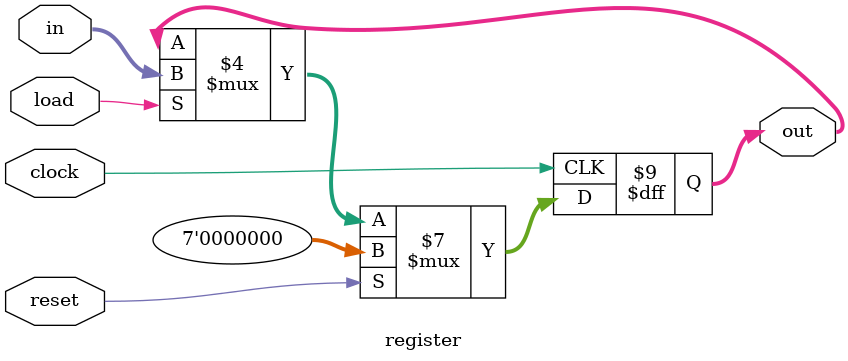
<source format=v>

  module rotation
          (
                  CLOCK_50,                                               //      On Board 50 MHz
                  // Your inputs and outputs here
          KEY,
          SW,
                    LEDR,
                  // The ports below are for the VGA output.  Do not change.
                  VGA_CLK,                                                 //      VGA Clock
                  VGA_HS,                                                 //      VGA H_SYNC
                  VGA_VS,                                                 //      VGA V_SYNC
                  VGA_BLANK_N,                                    //      VGA BLANK               
                  VGA_SYNC_N,                                             //      VGA SYNC                        
                  VGA_R,                                                   //      VGA Red[9:0]
                  VGA_G,                                            //      VGA Green[9:0]
                  VGA_B                                            //      VGA Blue[9:0]
          );

          input                   CLOCK_50;                               //      50 MHz
          input   [9:0]   SW;
          input   [3:0]   KEY;
          output reg [9:0] LEDR;
          // Declare your inputs and outputs here
          // Do not change the following outputs
          output                  VGA_CLK;                                 //      VGA Clock
          output                  VGA_HS;                                 //      VGA H_SYNC
          output                  VGA_VS;                                 //      VGA V_SYNC
          output                  VGA_BLANK_N;                    //      VGA BLANK
          output                  VGA_SYNC_N;                             //      VGA SYNC
          output  [9:0]   VGA_R;                                   //      VGA Red[9:0]
          output  [9:0]   VGA_G;                            //      VGA Green[9:0]
          output  [9:0]   VGA_B;                                   //      VGA Blue[9:0]
          
          wire resetn;
          assign resetn = KEY[0];
          
          // Create the colour, x, y and writeEn wires that are inputs to the controller.
          wire [2:0] colour;
          reg [7:0] x;
          reg [6:0] y;
          wire writeEn;
          
          // Create an Instance of a VGA controller - there can be only one!
          // Define the number of colours as well as the initial background
          // image file (.MIF) for the controller.
          
          vga_adapter VGA(
                          .resetn(resetn),
                          .clock(CLOCK_50),
                          .colour(current_color),
                          .x(x),
                          .y(y),
                          .plot(1'b1),
                          .VGA_R(VGA_R),
                          .VGA_G(VGA_G),
                          .VGA_B(VGA_B),
                          .VGA_HS(VGA_HS),
                          .VGA_VS(VGA_VS),
                          .VGA_BLANK(VGA_BLANK_N),        
                          .VGA_SYNC(VGA_SYNC_N),                  
                          .VGA_CLK(VGA_CLK));
                  defparam VGA.RESOLUTION = "160x120";
                  defparam VGA.MONOCHROME = "FALSE";
                  defparam VGA.BITS_PER_COLOUR_CHANNEL = 1;
                  defparam VGA.BACKGROUND_IMAGE = "black.mif";
          // Put your code here. Your code should produce signals x,y,colour and writeEn/plot
          // for the VGA controller, in addition to any other functionality your design may require.
      
          wire counterReset;
          wire counterEnable;
          wire resetRegisters;
          wire [3:0] counterCount;
          
          wire loadX;
          wire loadY;
          
          reg [3:0] simulate_keys = 4'b1111;
          reg [4:0] current_step = 5'b00000;
          
          reg [6:0] current_block_value;
          reg [6:0] current_reference_x = 7'b0111111;  //Initial x
          reg [6:0] current_reference_y = 7'b1000111; //Initial y

          //Parameters
          parameter ROTATION_0 = 2'b00, ROTATION_1 = 2'b01, ROTATION_2 = 2'b10, ROTATION_3 = 2'b11;
          parameter NEUTRAL_STATE = 5'b00000, RESET_COUNTER_FOR_ERASE_ROTATION = 5'b00001, ERASE_FOR_ROTATION = 5'b00010, ROTATE = 5'b00011, RESET_COUNTER_FOR_NEUTRAL = 5'b00100, RESET_COUNTER_FOR_MOVE_LEFT = 5'b00101, RESET_COUNTER_FOR_MOVE_RIGHT = 5'b00110, MOVE_LEFT = 5'b00111, MOVE_RIGHT = 5'b01000, ERASE_FOR_MOVE_LEFT = 5'b01001, ERASE_FOR_MOVE_RIGHT = 5'b01010;
          parameter PINK_COLOR = 3'b101, BLACK_COLOR = 3'b000;

          reg [4:0] current_state = NEUTRAL_STATE;
          reg [4:0] next_state = NEUTRAL_STATE;
          reg [2:0] current_color = PINK_COLOR;
          reg [1:0] current_rotation_state = ROTATION_0;
          
          reg [6:0] tempX;
          reg [6:0] tempY; //Holding values

          wire draw_clock;
          RateDivider r(
                  .clk(CLOCK_50),
                  .b0(1'b0),
                  .b1(1'b1),
                  .q(draw_clock)
          );

          always @(posedge CLOCK_50) begin
             current_state <= next_state;
          end

          //Current adder incrementer
          always@(posedge draw_clock) 
          begin
             current_adder_step <= (current_adder_step == 3'b011 || current_state == RESET_COUNTER_FOR_NEUTRAL || current_state == RESET_COUNTER_FOR_ERASE_ROTATION || current_state == RESET_COUNTER_FOR_MOVE_LEFT || current_state == RESET_COUNTER_FOR_MOVE_RIGHT) ? 3'b000 : current_adder_step + 1;
          end

          always@(*) begin
                  case(current_state)
                          NEUTRAL_STATE:
                          begin
                                  current_color = PINK_COLOR;
                                  LEDR[2:0] = current_color;
                                  LEDR[4:3] = current_rotation_state;
                                  LEDR[9:5] = current_state;
                                  current_rotation_state = current_rotation_state;
                          end
                          RESET_COUNTER_FOR_NEUTRAL:
                          begin
                                 current_color = BLACK_COLOR;
                                 LEDR[2:0] = current_color;
                                 LEDR[4:3] = current_rotation_state;
                                 LEDR[9:5] = current_state;
                                 current_rotation_state = current_rotation_state;
                          end
                          ERASE_FOR_ROTATION:
                          begin
                                 current_color = BLACK_COLOR;
                                 LEDR[2:0] = current_color;
                                 LEDR[4:3] = current_rotation_state;
                                 LEDR[9:5] = current_state;
                                 current_rotation_state = current_rotation_state;
                          end
                          ROTATE:
                          begin
                                  current_color = BLACK_COLOR;
                                  if (current_rotation_state == ROTATION_0) begin
                                          current_rotation_state = ROTATION_1;
                                  end else if (current_rotation_state == ROTATION_1) begin
                                          current_rotation_state = ROTATION_2;
                                  end else if (current_rotation_state == ROTATION_2) begin
                                          current_rotation_state = ROTATION_3;
                                  end else if (current_rotation_state == ROTATION_3) begin
                                          current_rotation_state = ROTATION_0;
                                  end
                                  LEDR[2:0] = current_color;
                                  LEDR[4:3] = current_rotation_state;
                                  LEDR[9:5] = current_state;
                          end
                          RESET_COUNTER_FOR_NEUTRAL:
                          begin
                                  current_color = PINK_COLOR;
                                  current_rotation_state = current_rotation_state;
                                  LEDR[2:0] = current_color;
                                  LEDR[4:3] = current_rotation_state;
                                  LEDR[9:5] = current_state;
                          end
                                                 default:
                                                          begin
                              current_color = PINK_COLOR;
                              current_rotation_state = current_rotation_state;
                              LEDR[2:0] = current_color;
                              LEDR[4:3] = current_rotation_state;
                              LEDR[9:5] = current_state;
                                                         end

                  endcase
          end

          //State transitions
          always@(*) 
          begin
              case(current_state)
                     NEUTRAL_STATE: begin
                         if (~KEY[2]) begin
                             next_state = RESET_COUNTER_FOR_ERASE_ROTATION;
                         end else if (~KEY[3]) begin
                             next_state = RESET_COUNTER_FOR_MOVE_LEFT;
                         end else if (~KEY[1]) begin
                             next_state = RESET_COUNTER_FOR_MOVE_RIGHT;
                         end else begin
                             next_state = NEUTRAL_STATE;
                         end
                     end
                     RESET_COUNTER_FOR_ERASE_ROTATION: next_state = (current_adder_step == 3'b000) ? ERASE_FOR_ROTATION : RESET_COUNTER_FOR_ERASE_ROTATION;
                     ERASE_FOR_ROTATION: next_state = (current_adder_step == 3'b011) ? ROTATE : ERASE_FOR_ROTATION;
                     ROTATE: next_state = RESET_COUNTER_FOR_NEUTRAL;
                     RESET_COUNTER_FOR_NEUTRAL: next_state = (current_adder_step == 3'b000) ? NEUTRAL_STATE : RESET_COUNTER_FOR_NEUTRAL;
                     RESET_COUNTER_FOR_MOVE_LEFT: next_state = (current_adder_step == 3'b000) ? ERASE_FOR_MOVE_LEFT : RESET_COUNTER_FOR_MOVE_LEFT;
                     RESET_COUNTER_FOR_MOVE_RIGHT: next_state = (current_adder_step == 3'b000) ? ERASE_FOR_MOVE_RIGHT: RESET_COUNTER_FOR_MOVE_RIGHT;
                     ERASE_FOR_MOVE_LEFT: next_state = (current_adder_step == 3'b011) ? MOVE_LEFT : ERASE_FOR_MOVE_LEFT;
                     ERASE_FOR_MOVE_RIGHT: next_state = (current_adder_step == 3'b011) ? MOVE_RIGHT: ERASE_FOR_MOVE_RIGHT;
                                         default: next_state = NEUTRAL_STATE;
              endcase
          end

          reg [2:0] current_adder_step = 3'b000;

          always@(current_adder_step) begin
              case (current_adder_step)
                 3'b000:
                 begin
                     //Draw the first block
                     x <= current_reference_x;
                     y <= current_reference_y;
                 end
                 3'b001:
                 begin
                     if (current_rotation_state == ROTATION_0) begin
                         x <= current_reference_x - 1; 
                         y <= current_reference_y;
                     end else if (current_rotation_state == ROTATION_1) begin
                         x <= current_reference_x;
                         y <= current_reference_y - 1;
                     end else if (current_rotation_state == ROTATION_2) begin
                         x <= current_reference_x - 1;
                         y <= current_reference_y;
                     end else begin
                         x <= current_reference_x - 1;
                         y <= current_reference_y - 1;
                     end
                 end
                 3'b010:
                 begin
                     if (current_rotation_state == ROTATION_0) begin
                         x <= current_reference_x + 1; 
                         y <= current_reference_y;
                     end else if (current_rotation_state == ROTATION_1) begin
                         x <= current_reference_x;
                         y <= current_reference_y + 1;
                     end else if (current_rotation_state == ROTATION_2) begin
                         x <= current_reference_x - 1;
                         y <= current_reference_y + 1;
                     end else begin
                         x <= current_reference_x;
                         y <= current_reference_y - 1;
                     end
                 end
                 3'b011:
                 begin
                     if (current_rotation_state == ROTATION_0) begin
                         x <= current_reference_x + 1; 
                         y <= current_reference_y - 1;
                     end else if (current_rotation_state == ROTATION_1) begin
                         x <= current_reference_x + 1;
                         y <= current_reference_y + 1;
                     end else if (current_rotation_state == ROTATION_2) begin
                         x <= current_reference_x + 1;
                         y <= current_reference_y;
                     end else begin
                         x <= current_reference_y;
                         y <= current_reference_y + 1;
                     end
                 end
                 default:
                 begin
                     x <= current_reference_x;
                     y <= current_reference_y;
                 end
             endcase
          end

          // //Draw an l block continously

          // always @(current_step)
          // begin
          //         if (current_state == ERASE_FOR_ROTATION) begin
          //                 if (current_step == 5'b00000) begin
          //                         //Draw the first block
          //                         current_block_value = current_reference_x;
          //                         simulate_keys <= 4'b0111; 
          //                         //LEDR[6:0] <= current_reference_x;
          //                 end else if (current_step == 5'b00001) begin
          //                         //Release the key
          //                         simulates_keys <= 4'b1111; //Load
          //                         //LEDR[6:0] <= current_step;
          //                 end else if (current_step == 5'b00010) begin
          //                         //Load y
          //                         simulate_keys <= 4'b0111;
          //                         current_block_value = current_reference_y;
          //                         //LEDR[6:0] <= current_reference_y;
          //                 end else if (current_step == 5'b00011) begin
          //                         //Release the key
          //                         simulate_keys <= 4'b1111;
          //                         //LEDR[6:0] <= current_step;
          //                 end else if (current_step == 5'b00100) begin
          //                         //Now draw the first block
          //                         simulate_keys <= 4'b1101;
          //                         //LEDR[6:0] <= current_step;
          //                 end else if (current_step == 5'b00101) begin
          //                         //Now release the key to begin drawing the second block
          //                         simulate_keys <= 4'b1111;
          //                         //LEDR[6:0] <= current_step;
          //                 end else if (current_step == 5'b00110) begin
          //                         //Load x value of 2nd block (labelled 1)
          //                         if (current_rotation_state == ROTATION_0) begin
          //                                 tempX = current_reference_x - 3'b100;
          //                         end else if (current_rotation_state == ROTATION_1) begin
          //                                 tempX = current_reference_x;
          //                         end else if (current_rotation_state == ROTATION_2) begin
          //                                 tempX = current_reference_x - 3'b100;
          //                         end else if (current_rotation_state == ROTATION_3) begin
          //                                 tempX = current_reference_x - 3'b100;
          //                         end
          //                         current_block_value = tempX; //Set the wire to the correct value
          //                         simulate_keys <= 4'b0111; 
          //                         //LEDR[6:0] <= current_block_value;
          //                 end 
          //                 else if (current_step == 5'b00111) begin
          //                         //Release the key
          //                         simulate_keys <= 4'b1111; //Load
          //                         //LEDR[6:0] <= current_step;
          //                 end else if (current_step == 5'b01000) begin
          //                         //Load y for the 1st block (labelled 1)
          //                         if (current_rotation_state == ROTATION_0) begin
          //                                 tempY = current_reference_y;
          //                         end else if (current_rotation_state == ROTATION_1) begin
          //                                 tempY = current_reference_y - 3'b100;
          //                         end else if (current_rotation_state == ROTATION_2) begin
          //                                 tempY = current_reference_y;
          //                         end else if (current_rotation_state == ROTATION_3) begin
          //                                 tempY = current_reference_y - 3'b100;
          //                         end
          //                         current_block_value = tempY;
          //                         simulate_keys <= 4'b0111;
          //                         //LEDR[6:0] <= current_block_value;
          //                 end else if (current_step == 5'b01001) begin
          //                         //Release the key
          //                         simulate_keys <= 4'b1111; //Load
          //                         //LEDR[6:0] <= current_step;
          //                 end else if (current_step == 5'b01010) begin
          //                         //Now draw the second block
          //                         simulate_keys <= 4'b1101;
          //                         //LEDR[6:0] <= current_step;
          //                 end else if (current_step == 5'b01011) begin
          //                         //Now release the key to begin drawing the third block
          //                         simulate_keys <= 4'b1111;
          //                         //LEDR[6:0] <= current_step;
          //                 end else if (current_step == 5'b01100) begin
          //                         //Load x value of 3rd block
          //                         simulate_keys <= 4'b0111;
          //                         if (current_rotation_state == ROTATION_0) begin
          //                                 tempX = current_reference_x + 3'b100;
          //                         end else if (current_rotation_state == ROTATION_1) begin
          //                                 tempX = current_reference_x;
          //                         end else if (current_rotation_state == ROTATION_2) begin
          //                                 tempX = current_reference_x - 3'b100;
          //                         end else if (current_rotation_state == ROTATION_3) begin
          //                                 tempX = current_reference_x;
          //                         end
          //                         current_block_value = tempX;
          //                         //LEDR[6:0] <= current_step;
          //                 end else if (current_step == 5'b01101) begin
          //                         //Release the key
          //                         simulate_keys <= 4'b1111; //Load
          //                         //LEDR[6:0] <= current_step;
          //                 end else if (current_step == 5'b01110) begin
          //                         //Load y
          //                         simulate_keys <= 4'b0111;
          //                         if (current_rotation_state == ROTATION_0) begin
          //                                 tempY = current_reference_y;
          //                         end else if (current_rotation_state == ROTATION_1) begin
          //                                 tempY = current_reference_y + 3'b100;
          //                         end else if (current_rotation_state == ROTATION_2) begin
          //                                 tempY = current_reference_y + 3'b100;
          //                         end else if (current_rotation_state == ROTATION_3) begin
          //                                 tempY = current_reference_y - 3'b100;
          //                         end
          //                         current_block_value = tempY;
          //                         //LEDR[6:0] <= current_step;
          //                 end else if (current_step == 5'b01111) begin
          //                         //Release the key
          //                         simulate_keys <= 4'b1111; //Load
          //                         //LEDR[6:0] <= current_step;
          //                 end else if (current_step == 5'b10000) begin
          //                         //Now draw the third block
          //                         simulate_keys <= 4'b1101;
          //                         //LEDR[6:0] <= current_step;
          //                 end else if (current_step == 5'b10001) begin
          //                         //Now release the key to begin drawing the fourth block
          //                         simulate_keys <= 4'b1111;
          //                         //LEDR[6:0] <= current_step;
          //                 end else if (current_step == 5'b10010) begin
          //                         //Load x value of 4th block
          //                         simulate_keys <= 4'b0111; 
          //                         if (current_rotation_state == ROTATION_0) begin
          //                                 tempX = current_reference_x + 3'b100;
          //                         end else if (current_rotation_state == ROTATION_1) begin
          //                                 tempX = current_reference_x + 3'b100;
          //                         end else if (current_rotation_state == ROTATION_2) begin
          //                                 tempX = current_reference_x + 3'b100;
          //                         end else if (current_rotation_state == ROTATION_3) begin
          //                                 tempX = current_reference_x;
          //                         end
          //                         current_block_value = tempX;
          //                         //LEDR[6:0] <= current_step;
          //                 end else if (current_step == 5'b10011) begin
          //                         //Release the key
          //                         simulate_keys <= 4'b1111; //Load
          //                         //LEDR[6:0] <= current_step;
          //                 end else if (current_step == 5'b10100) begin
          //                         //Load y
          //                         simulate_keys <= 4'b0111;
          //                         if (current_rotation_state == ROTATION_0) begin
          //                                 tempY = current_reference_y - 3'b100;
          //                         end else if (current_rotation_state == ROTATION_1) begin
          //                                 tempY = current_reference_y + 3'b100;
          //                         end else if (current_rotation_state == ROTATION_2) begin
          //                                 tempY = current_reference_y;
          //                         end else if (current_rotation_state == ROTATION_3) begin
          //                                 tempY = current_reference_y + 3'b100;
          //                         end
          //                         current_block_value = tempY;
          //                         //LEDR[6:0] <= current_step;
          //                 end else if (current_step == 5'b10101) begin
          //                         //Release the key
          //                         simulate_keys <= 4'b1111; //Load
          //                         //LEDR[6:0] <= current_step;
          //                 end else if (current_step == 5'b10110) begin
          //                         //Now draw the third block
          //                         simulate_keys <= 4'b1101;
          //                         //LEDR[6:0] <= current_step;
          //                 end
          //         end else if (current_state == NEUTRAL_STATE) begin
          //                 if (current_step == 5'b00000) begin
          //                         //Draw the first block
          //                         current_block_value = current_reference_x;
          //                         simulate_keys <= 4'b0111; 
          //                         //LEDR[6:0] <= current_reference_x;
          //                 end else if (current_step == 5'b00001) begin
          //                         //Release the key
          //                         simulate_keys <= 4'b1111; //Load
          //                         //LEDR[6:0] <= current_step;
          //                 end else if (current_step == 5'b00010) begin
          //                         //Load y
          //                         simulate_keys <= 4'b0111;
          //                         current_block_value = current_reference_y;
          //                         //LEDR[6:0] <= current_reference_y;
          //                 end else if (current_step == 5'b00011) begin
          //                         //Release the key
          //                         simulate_keys <= 4'b1111;
          //                         //LEDR[6:0] <= current_step;
          //                 end else if (current_step == 5'b00100) begin
          //                         //Now draw the first block
          //                         simulate_keys <= 4'b1101;
          //                         //LEDR[6:0] <= current_step;
          //                 end else if (current_step == 5'b00101) begin
          //                         //Now release the key to begin drawing the second block
          //                         simulate_keys <= 4'b1111;
          //                         //LEDR[6:0] <= current_step;
          //                 end else if (current_step == 5'b00110) begin
          //                         //Load x value of 2nd block (labelled 1)
          //                         if (current_rotation_state == ROTATION_0) begin
          //                                 tempX = current_reference_x - 3'b100;
          //                         end else if (current_rotation_state == ROTATION_1) begin
          //                                 tempX = current_reference_x;
          //                         end else if (current_rotation_state == ROTATION_2) begin
          //                                 tempX = current_reference_x - 3'b100;
          //                         end else if (current_rotation_state == ROTATION_3) begin
          //                                 tempX = current_reference_x - 3'b100;
          //                         end
          //                         current_block_value = tempX; //Set the wire to the correct value
          //                         simulate_keys <= 4'b0111; 
          //                         //LEDR[6:0] <= current_block_value;
          //                 end 
          //                 else if (current_step == 5'b00111) begin
          //                         //Release the key
          //                         simulate_keys <= 4'b1111; //Load
          //                         //LEDR[6:0] <= current_step;
          //                 end else if (current_step == 5'b01000) begin
          //                         //Load y for the 1st block (labelled 1)
          //                         if (current_rotation_state == ROTATION_0) begin
          //                                 tempY = current_reference_y;
          //                         end else if (current_rotation_state == ROTATION_1) begin
          //                                 tempY = current_reference_y - 3'b100;
          //                         end else if (current_rotation_state == ROTATION_2) begin
          //                                 tempY = current_reference_y;
          //                         end else if (current_rotation_state == ROTATION_3) begin
          //                                 tempY = current_reference_y - 3'b100;
          //                         end
          //                         current_block_value = tempY;
          //                         simulate_keys <= 4'b0111;
          //                         //LEDR[6:0] <= current_block_value;
          //                 end else if (current_step == 5'b01001) begin
          //                         //Release the key
          //                         simulate_keys <= 4'b1111; //Load
          //                         //LEDR[6:0] <= current_step;
          //                 end else if (current_step == 5'b01010) begin
          //                         //Now draw the second block
          //                         simulate_keys <= 4'b1101;
          //                         //LEDR[6:0] <= current_step;
          //                 end else if (current_step == 5'b01011) begin
          //                         //Now release the key to begin drawing the third block
          //                         simulate_keys <= 4'b1111;
          //                         //LEDR[6:0] <= current_step;
          //                 end else if (current_step == 5'b01100) begin
          //                         //Load x value of 3rd block
          //                         simulate_keys <= 4'b0111;
          //                         if (current_rotation_state == ROTATION_0) begin
          //                                 tempX = current_reference_x + 3'b100;
          //                         end else if (current_rotation_state == ROTATION_1) begin
          //                                 tempX = current_reference_x;
          //                         end else if (current_rotation_state == ROTATION_2) begin
          //                                 tempX = current_reference_x - 3'b100;
          //                         end else if (current_rotation_state == ROTATION_3) begin
          //                                 tempX = current_reference_x;
          //                         end
          //                         current_block_value = tempX;
          //                         //LEDR[6:0] <= current_step;
          //                 end else if (current_step == 5'b01101) begin
          //                         //Release the key
          //                         simulate_keys <= 4'b1111; //Load
          //                         //LEDR[6:0] <= current_step;
          //                 end else if (current_step == 5'b01110) begin
          //                         //Load y
          //                         simulate_keys <= 4'b0111;
          //                         if (current_rotation_state == ROTATION_0) begin
          //                                 tempY = current_reference_y;
          //                         end else if (current_rotation_state == ROTATION_1) begin
          //                                 tempY = current_reference_y + 3'b100;
          //                         end else if (current_rotation_state == ROTATION_2) begin
          //                                 tempY = current_reference_y + 3'b100;
          //                         end else if (current_rotation_state == ROTATION_3) begin
          //                                 tempY = current_reference_y - 3'b100;
          //                         end
          //                         current_block_value = tempY;
          //                         //LEDR[6:0] <= current_step;
          //                 end else if (current_step == 5'b01111) begin
          //                         //Release the key
          //                         simulate_keys <= 4'b1111; //Load
          //                         //LEDR[6:0] <= current_step;
          //                 end else if (current_step == 5'b10000) begin
          //                         //Now draw the third block
          //                         simulate_keys <= 4'b1101;
          //                         //LEDR[6:0] <= current_step;
          //                 end else if (current_step == 5'b10001) begin
          //                         //Now release the key to begin drawing the fourth block
          //                         simulate_keys <= 4'b1111;
          //                         //LEDR[6:0] <= current_step;
          //                 end else if (current_step == 5'b10010) begin
          //                         //Load x value of 4th block
          //                         simulate_keys <= 4'b0111; 
          //                         if (current_rotation_state == ROTATION_0) begin
          //                                 tempX = current_reference_x + 3'b100;
          //                         end else if (current_rotation_state == ROTATION_1) begin
          //                                 tempX = current_reference_x + 3'b100;
          //                         end else if (current_rotation_state == ROTATION_2) begin
          //                                 tempX = current_reference_x + 3'b100;
          //                         end else if (current_rotation_state == ROTATION_3) begin
          //                                 tempX = current_reference_x;
          //                         end
          //                         current_block_value = tempX;
          //                         //LEDR[6:0] <= current_step;
          //                 end else if (current_step == 5'b10011) begin
          //                         //Release the key
          //                         simulate_keys <= 4'b1111; //Load
          //                         //LEDR[6:0] <= current_step;
          //                 end else if (current_step == 5'b10100) begin
          //                         //Load y
          //                         simulate_keys <= 4'b0111;
          //                         if (current_rotation_state == ROTATION_0) begin
          //                                 tempY = current_reference_y - 3'b100;
          //                         end else if (current_rotation_state == ROTATION_1) begin
          //                                 tempY = current_reference_y + 3'b100;
          //                         end else if (current_rotation_state == ROTATION_2) begin
          //                                 tempY = current_reference_y;
          //                         end else if (current_rotation_state == ROTATION_3) begin
          //                                 tempY = current_reference_y + 3'b100;
          //                         end
          //                         current_block_value = tempY;
          //                         //LEDR[6:0] <= current_step;
          //                 end else if (current_step == 5'b10101) begin
          //                         //Release the key
          //                         simulate_keys <= 4'b1111; //Load
          //                         //LEDR[6:0] <= current_step;
          //                 end else if (current_step == 5'b10110) begin
          //                         //Now draw the third block
          //                         simulate_keys <= 4'b1101;
          //                         //LEDR[6:0] <= current_step;
          //                 end
          //         end
          // end
          // always @(posedge draw_clock)
          // begin
          //       if (current_step == 5'b00000) begin
          //               //Draw the first block
          //               current_block_value = current_reference_x;
          //               simulate_keys <= 4'b0111; 
          //              current_step <= current_step + 1;
          //               LEDR <= current_reference_x;
          //       end else if (current_step == 5'b00001) begin
          //               //Release the key
          //               simulate_keys <= 4'b1111; //Load
          //               current_step <= current_step + 1;
          //               LEDR <= current_step;
          //       end else if (current_step == 5'b00010) begin
          //               //Load y
          //               simulate_keys <= 4'b0111;
          //               current_block_value = current_reference_y;
          //               current_step <= current_step + 1;
          //               LEDR <= current_reference_y;
          //       end else if (current_step == 5'b00011) begin
          //               //Release the key
          //               simulate_keys <= 4'b1111;
          //               current_step <= current_step + 1;
          //               LEDR <= current_step;
          //       end else if (current_step == 5'b00100) begin
          //               //Now draw the first block
          //               simulate_keys <= 4'b1101;
          //               current_step <= current_step + 1;
          //               LEDR <= current_step;
          //       end else if (current_step == 5'b00101) begin
          //               //Now release the key to begin drawing the second block
          //               simulate_keys <= 4'b1111;
          //               current_step <= current_step + 1;
          //               LEDR <= current_step;
          //       end else if (current_step == 5'b00110) begin
          //               //Load x value of 2nd block (labelled 1)
          //               if (current_rotation_state == ROTATION_0) begin
          //                       tempX = current_reference_x - 3'b100;
          //               end else if (current_rotation_state = ROTATION_1) begin
          //                       tempX = current_reference_x;
          //               end else if (current_rotation_state == ROTATION_2) begin
          //                       tempX = current_reference_x - 3'b100;
          //               end else if (current_rotation_state == ROTATION_3) begin
          //                       tempX = current_reference_x - 3'b100;
          //               end
          //               current_block_value = tempX; //Set the wire to the correct value
          //               simulate_keys <= 4'b0111; 
          //               current_step <= current_step + 1;
          //               LEDR <= current_block_value;
          //       end 
          //       else if (current_step == 5'b00111) begin
          //               //Release the key
          //               simulate_keys <= 4'b1111; //Load
          //               current_step <= current_step + 1;
          //               LEDR <= current_step;
          //       end else if (current_step == 5'b01000) begin
          //               //Load y for the 1st block (labelled 1)
          //               if (current_rotation_state == ROTATION_0) begin
          //                       tempY = current_reference_y;
          //               end else if (current_rotation_state == ROTATION_1) begin
          //                       tempY = current_reference_y - 3'b100;
          //               end else if (current_rotation_state == ROTATION_2) begin
          //                       tempY = current_reference_y;
          //               end else if (current_rotation_state == ROTATION_3) begin
          //                       tempY = current_reference_y - 3'b100;
          //               end
          //               current_block_value = tempY;
          //               simulate_keys <= 4'b0111;
          //               current_step <= current_step + 1;
          //               LEDR <= current_block_value;
          //       end else if (current_step == 5'b01001) begin
          //               //Release the key
          //               simulate_keys <= 4'b1111; //Load
          //               current_step <= current_step + 1;
          //               LEDR <= current_step;
          //       end else if (current_step == 5'b01010) begin
          //               //Now draw the second block
          //               simulate_keys <= 4'b1101;
          //               current_step <= current_step + 1;
          //               LEDR <= current_step;
          //       end else if (current_step == 5'b01011) begin
          //               //Now release the key to begin drawing the third block
          //               simulate_keys <= 4'b1111;
          //               current_step <= current_step + 1;
          //               LEDR <= current_step;
          //       end else if (current_step == 5'b01100) begin
          //               //Load x value of 3rd block
          //               simulate_keys <= 4'b0111;
          //               if (current_rotation_state == ROTATION_0) begin
          //                       tempX = current_reference_x + 3'b100;
          //               end else if (current_rotation_state == ROTATION_1) begin
          //                       tempX = current_reference_x;
          //               end else if (current_rotation_state == ROTATION_2) begin
          //                       tempX = current_reference_x - 3'b100;
          //               end else if (current_rotation_state == ROTATION_3) begin
          //                       tempX = current_reference_x;
          //               end
          //               current_block_value = tempX;
          //               current_step <= current_step + 1;
          //               LEDR <= current_step;
          //       end else if (current_step == 5'b01101) begin
          //               //Release the key
          //               simulate_keys <= 4'b1111; //Load
          //               current_step <= current_step + 1;
          //               LEDR <= current_step;
          //       end else if (current_step == 5'b01110) begin
          //               //Load y
          //               simulate_keys <= 4'b0111;
          //               if (current_rotation_state == ROTATION_0) begin
          //                       tempY = current_reference_y;
          //               end else if (current_rotation_state == ROTATION_1) begin
          //                       tempY = current_reference_y + 3'b100;
          //               end else if (current_rotation_state == ROTATION_2) begin
          //                       tempY = current_reference_y + 3'b100;
          //               end else if (current_rotation_state == ROTATION_3) begin
          //                       tempY = current_reference_y - 3'b100;
          //               end
          //               current_block_value = tempY;
          //               current_step <= current_step + 1;
          //               LEDR <= current_step;
          //       end else if (current_step == 5'b01111) begin
          //               //Release the key
          //               simulate_keys <= 4'b1111; //Load
          //               current_step <= current_step + 1;
          //               LEDR <= current_step;
          //       end else if (current_step == 5'b10000) begin
          //               //Now draw the third block
          //               simulate_keys <= 4'b1101;
          //               current_step <= current_step + 1;
          //               LEDR <= current_step;
          //       end else if (current_step == 5'b10001) begin
          //               //Now release the key to begin drawing the fourth block
          //               simulate_keys <= 4'b1111;
          //               current_step <= current_step + 1;
          //               LEDR <= current_step;
          //       end else if (current_step == 5'b10010) begin
          //               //Load x value of 4th block
          //               simulate_keys <= 4'b0111; 
          //               if (current_rotation_state == ROTATION_0) begin
          //                       tempX = current_reference_x + 3'b100;
          //               end else if (current_rotation_state == ROTATION_1) begin
          //                       tempX = current_reference_x + 3'b100;
          //               end else if (current_rotation_state == ROTATION_2) begin
          //                       tempX = current_reference_x + 3'b100;
          //               end else if (current_rotation_state == ROTATION_3) begin
          //                       tempX = current_reference_x;
          //               end
          //               current_block_value = tempX;
          //               current_step <= current_step + 1;
          //               LEDR <= current_step;
          //       end else if (current_step == 5'b10011) begin
          //               //Release the key
          //               simulate_keys <= 4'b1111; //Load
          //               current_step <= current_step + 1;
          //               LEDR <= current_step;
          //       end else if (current_step == 5'b10100) begin
          //               //Load y
          //               simulate_keys <= 4'b0111;
          //               if (current_rotation_state == ROTATION_0) begin
          //                       tempY = current_reference_y - 3'b100;
          //               end else if (current_rotation_state == ROTATION_1) begin
          //                       tempY = current_reference_y + 3'b100;
          //               end else if (current_rotation_state == ROTATION_2) begin
          //                       tempY = current_reference_y;
          //               end else if (current_rotation_state == ROTATION_3) begin
          //                       tempY = current_reference_y + 3'b100;
          //               end
          //               current_block_value = tempY;
          //               current_step <= current_step + 1;
          //               LEDR <= current_step;
          //       end else if (current_step == 5'b10101) begin
          //               //Release the key
          //               simulate_keys <= 4'b1111; //Load
          //               current_step <= current_step + 1;
          //               LEDR <= current_step;
          //       end else if (current_step == 5'b10110) begin
          //               //Now draw the third block
          //               simulate_keys <= 4'b1101;
          //               current_step <= current_step + 1;
          //               LEDR <= current_step;
          //       end
          // end
         /**
                  
          // Instansiate FSM control
          // control c0(...);
          control c(counterCount, CLOCK_50, simulate_keys, counterEnable, counterReset, resetRegisters, loadX, loadY, writeEn); 
          
          // Increment the counter
          counter4Bit c4b(CLOCK_50, counterReset, counterEnable, counterCount);                                   
          
          // Instansiate datapath
          // datapath d0(...);
          datapath d(CLOCK_50, current_color, current_block_value, counterCount, loadX, loadY, resetRegisters, y, x, colour);
          **/
  endmodule


  module RateDivider(clk, b0, b1, q);
          input clk;
          input b0, b1;
          output reg q;
          reg [26:0] counter0;
          reg [26:0] counter1;
          reg [26:0] counter2;
          reg [26:0] counter3;
                 reg [26:0] counterA;

          always @(posedge clk)
          begin
                  if (b0 == 0 && b1 == 0) begin
                          q <= ~q;
                  end else if (b0 == 0 && b1 == 1) begin
                          if (counterA == 26'b10111110101111000010000000) begin
                                  q <= 1;
                                  counterA <= 0;
                          end else begin
                                  q <= 0;
                                  counterA <= counterA + 1'b1;
                          end
                  end else if (b0 == 1 && b1 == 0) begin
                          if (counter0 == 26'b10111110101111000010000000) begin
                                  if (counter1 == 26'b10111110101111000010000000) begin
                                          q <= 1;
                                          counter0 <= 0;
                                          counter1 <= 0;
                                  end else begin
                                          q <= 0;
                                          counter1 <= counter1 + 1'b1;
                                  end
                          end else begin
                                  q <= 0;
                                  counter0 <= counter0 + 1'b1;
                          end
                  end else if (b0 == 1 && b1 == 1) begin
                          if (counter0 == 26'b10111110101111000010000000) begin
                                  if (counter1 == 26'b10111110101111000010000000) begin
                                          if (counter2 == 26'b10111110101111000010000000) begin
                                                  if (counter3 == 26'b10111110101111000010000000) begin
                                                          q <= 1;
                                                          counter0 <= 0;
                                                          counter1 <= 0;
                                                          counter2 <= 0;
                                                          counter3 <= 0;
                                                  end else begin
                                                          q <= 0;
                                                          counter3 <= counter3 + 1'b1;
                                                  end
                                          end else begin
                                                  q <= 0;
                                                  counter2 <= counter2 + 1'b1;
                                          end
                                  end else begin
                                          q <= 0;
                                          counter1 <= counter1 + 1'b1;
                                  end
                          end else begin
                                  q <= 0;
                                  counter0 <= counter0 + 1'b1;
                          end
                  end
          end
  endmodule

  module datapath(clock, color, swIn, counterCount, loadX, loadY, resetRegisters, yOut, xOut, colorOut);
          
          input clock;
          input [2:0] color;
          input [6:0]swIn;
          input[3:0] counterCount;
          input loadX, loadY, resetRegisters;
          
          wire [6:0] plotY;
          wire [7:0] plotX;
          wire [6:0] initialX, initialY;
          
          output reg [6:0] yOut;
          output reg [7:0] xOut;
          output reg [2:0] colorOut;
          
          // Initialize the x and y values
          register xReg(loadX, swIn, initialX, resetRegisters, clock);
          register yReg(loadY, swIn, initialY, resetRegisters, clock);
          
          // Pick x and y based on the counter
          assign plotY= initialY + counterCount[1:0];
          assign plotX= initialX + counterCount[3:2];
          
          always@ (*) begin
                  yOut= plotY+1;
                  xOut=plotX+1;
                  colorOut= color;
          end
  endmodule



  module control(counterCount, clock, key, counterEnable, counterReset, resetRegisters, loadX, loadY, plot);
          input [3:0] counterCount;
          input clock;
          input [3:0]key;
          
          output reg counterEnable, counterReset, resetRegisters, loadX, loadY, plot;
          
          reg [2:0] currentState, nextState;
          
          parameter reset= 3'b000, counterEnabled= 3'b001, counterDisabled= 3'b010, loadRegX= 3'b011, loadRegY= 3'b100; //states
          
          //Controlling datapath signals.
          always@(*) begin
                  case(currentState)
                  
                          //Loadings the registers
                          loadRegX: begin
                                  counterEnable= 0;
                                  counterReset=0;
                                  resetRegisters=0;
                                  loadX=1;
                                  loadY=0;
                                  plot=0;
                          end
                          
                          loadRegY: begin
                                  counterEnable= 0;
                                  counterReset=0;
                                  resetRegisters=0;
                                  loadX=0;
                                  loadY=1;
                                  plot=0;
                          end
                          
                          reset: begin
                                  counterReset=1;
                                  counterEnable=0;
                                  resetRegisters=1;
                                  loadX=0;
                                  loadY=0;
                                  plot=0;
                          end
                          
                          //Plotting and counting.
                          counterEnabled: begin
                                  counterReset=0;
                                  counterEnable=1;
                                  resetRegisters=0;
                                  loadX=0;
                                  loadY=0;
                                  plot=1;
                          end
                          
                          counterDisabled: begin
                                  counterReset=0;
                                  counterEnable=0;
                                  resetRegisters=0;
                                  loadX=0;
                                  loadY=0;
                                  plot=1;
                          end
                          
                          //DEFAULT: nothing in it.
                          default: begin
                                  counterReset=1;
                                  counterEnable=0;
                                  resetRegisters=1;
                                  loadX=0;
                                  loadY=0;
                                  plot=0;
                          end
                  endcase
          end
          
          always@(posedge clock) begin
                  if(key[0]==0) 
                          currentState= reset;
                  else
                          currentState= nextState;
          end
          
          //States table for transitions here.
          always@(*) begin
                  case(currentState)
                          reset: nextState= (key[3]==0)? loadRegX: reset;
                          loadRegX: nextState= loadRegY;
                          //loadRegX: nextState= (key[3] == 0)? loadRegX:loadRegY;
                          loadRegY: nextState= (key[1]==0)? counterEnabled: loadRegY;
                          counterEnabled: nextState= (counterCount==15)? counterDisabled:counterEnabled;
                          counterDisabled: nextState= reset;
                          default: nextState= reset;
                  endcase
          end
  endmodule

  module counter4Bit(clock, reset, enable, count);
          input clock;
          input reset, enable;
          
          output reg [3:0] count;
          
          initial count=0;
          
          always@ (posedge clock) begin
                  if(reset==1)
                          count<=0;
                  else if(enable)
                          count<= count+1;
          end
  endmodule

  module register(load, in, out, reset, clock);
          input load, clock, reset;
          input [6:0] in;
          output reg[6:0] out;
          
          always@(posedge clock) begin
                  if(reset==1)
                          out<=0;
                  else if(load==1) begin
                          out<=in;
                  end
          end
  endmodule





 /**
 // Part 2 skeleton
 // `timescale time_unit/time_precision
 module lblock
         (
                 CLOCK_50,                                               //      On Board 50 MHz
                 // Your inputs and outputs here
         KEY,
         SW,
                   LEDR,
                 // The ports below are for the VGA output.  Do not change.
                 VGA_CLK,                                                 //      VGA Clock
                 VGA_HS,                                                 //      VGA H_SYNC
                 VGA_VS,                                                 //      VGA V_SYNC
                 VGA_BLANK_N,                                    //      VGA BLANK               
                 VGA_SYNC_N,                                             //      VGA SYNC                        
                 VGA_R,                                                   //      VGA Red[9:0]
                 VGA_G,                                            //      VGA Green[9:0]
                 VGA_B                                            //      VGA Blue[9:0]
         );

         input                   CLOCK_50;                               //      50 MHz
         input   [9:0]   SW;
         input   [3:0]   KEY;
         output reg [9:0] LEDR;
         // Declare your inputs and outputs here
         // Do not change the following outputs
         output                  VGA_CLK;                                 //      VGA Clock
         output                  VGA_HS;                                 //      VGA H_SYNC
         output                  VGA_VS;                                 //      VGA V_SYNC
         output                  VGA_BLANK_N;                    //      VGA BLANK
         output                  VGA_SYNC_N;                             //      VGA SYNC
         output  [9:0]   VGA_R;                                   //      VGA Red[9:0]
         output  [9:0]   VGA_G;                            //      VGA Green[9:0]
         output  [9:0]   VGA_B;                                   //      VGA Blue[9:0]
         
         wire resetn;
         assign resetn = KEY[0];
         
         // Create the colour, x, y and writeEn wires that are inputs to the controller.
         wire [2:0] colour;
         wire [7:0] x;
         wire [6:0] y;
         wire writeEn;
         
         // Create an Instance of a VGA controller - there can be only one!
         // Define the number of colours as well as the initial background
         // image file (.MIF) for the controller.
         
         vga_adapter VGA(
                         .resetn(resetn),
                         .clock(CLOCK_50),
                         .colour(colour),
                         .x(x),
                         .y(y),
                         .plot(writeEn),
                         .VGA_R(VGA_R),
                         .VGA_G(VGA_G),
                         .VGA_B(VGA_B),
                         .VGA_HS(VGA_HS),
                         .VGA_VS(VGA_VS),
                         .VGA_BLANK(VGA_BLANK_N),        
                         .VGA_SYNC(VGA_SYNC_N),                  
                         .VGA_CLK(VGA_CLK));
                 defparam VGA.RESOLUTION = "160x120";
                 defparam VGA.MONOCHROME = "FALSE";
                 defparam VGA.BITS_PER_COLOUR_CHANNEL = 1;
                 defparam VGA.BACKGROUND_IMAGE = "black.mif";
         // Put your code here. Your code should produce signals x,y,colour and writeEn/plot
         // for the VGA controller, in addition to any other functionality your design may require.
     
         wire counterReset;
         wire counterEnable;
         wire resetRegisters;
         wire [3:0] counterCount;
         
         wire loadX;
         wire loadY;
         
         
         
         reg [3:0] simulate_keys = 4'b1111;
         reg [4:0] current_step = 5'b00000;
         
         reg current_rotation_state = ROTATION_2;
         reg [6:0] current_block_value;
         reg [6:0] current_reference_x = 7'b0111111;  //Initial x
         reg [6:0] current_reference_y = 7'b1000111; //Initial y

         parameter ROTATION_0 = 2'b00, ROTATION_1 = 2'b01, ROTATION_2 = 2'b10, ROTATION_3 = 2'b11;
         
         reg [6:0] tempX; 
         reg [6:0] tempY; //Holding values

         wire draw_clock;
         RateDivider r(
                 .clk(CLOCK_50),
                 .b0(1'b0),
                 .b1(1'b1),
                 .q(draw_clock)
         );
         
         //Draw an l block continously
         
         always @(posedge draw_clock)
         begin
                 if (current_step == 5'b00000) begin
                         //Draw the first block
                         current_block_value = current_reference_x;
                         simulate_keys <= 4'b0111; 
                         current_step <= current_step + 1;
                         LEDR <= current_reference_x;
                 end else if (current_step == 5'b00001) begin
                         //Release the key
                         simulate_keys <= 4'b1111; //Load
                         current_step <= current_step + 1;
                         LEDR <= current_step;
                 end else if (current_step == 5'b00010) begin
                         //Load y
                         simulate_keys <= 4'b0111;
                         current_block_value = current_reference_y;
                         current_step <= current_step + 1;
                         LEDR <= current_reference_y;
                 end else if (current_step == 5'b00011) begin
                         //Release the key
                         simulate_keys <= 4'b1111;
                         current_step <= current_step + 1;
                         LEDR <= current_step;
                 end else if (current_step == 5'b00100) begin
                         //Now draw the first block
                         simulate_keys <= 4'b1101;
                         current_step <= current_step + 1;
                         LEDR <= current_step;
                 end else if (current_step == 5'b00101) begin
                         //Now release the key to begin drawing the second block
                         simulate_keys <= 4'b1111;
                         current_step <= current_step + 1;
                         LEDR <= current_step;
                 end else if (current_step == 5'b00110) begin
                         //Load x value of 2nd block (labelled 1)
                         if (current_block_type == L_BLOCK) begin
                         if (current_rotation_state == ROTATION_0) begin
                                 tempX = current_reference_x - 3'b100;
                         end else if (current_rotation_state == ROTATION_1) begin
                                 tempX = current_reference_x;
                         end else if (current_rotation_state == ROTATION_2) begin
                                 tempX = current_reference_x - 3'b100;
                         end else if (current_rotation_state == ROTATION_3) begin
                                 tempX = current_reference_x - 3'b100;
                         end end
                         if (current_block_type == O_BLOCK) begin
                         if (current_rotation_state == ROTATION_0) begin
                                 tempX = current_reference_x + 3'b100;
                         end else if (current_rotation_state == ROTATION_1) begin
                                 tempX = current_reference_x + 3'b100;
                         end else if (current_rotation_state == ROTATION_2) begin
                                 tempX = current_reference_x + 3'b100;
                         end else if (current_rotation_state == ROTATION_3) begin
                                 tempX = current_reference_x + 3'b100;
                         end end
                         if (current_block_type == I_BLOCK) begin
                         if (current_rotation_state == ROTATION_0) begin
                                 tempX = current_reference_x - 3'b100;
                         end else if (current_rotation_state == ROTATION_1) begin
                                 tempX = current_reference_x;
                         end else if (current_rotation_state == ROTATION_2) begin
                                 tempX = current_reference_x - 3'b100;
                         end else if (current_rotation_state == ROTATION_3) begin
                                 tempX = current_reference_x + 3'b100;
                         end end
                         current_block_value = tempX; //Set the wire to the correct value
                         simulate_keys <= 4'b0111; 
                         current_step <= current_step + 1;
                         LEDR <= current_block_value;
                 end 
                 else if (current_step == 5'b00111) begin
                         //Release the key
                         simulate_keys <= 4'b1111; //Load
                         current_step <= current_step + 1;
                         LEDR <= current_step;
                 end else if (current_step == 5'b01000) begin
                         //Load y for the 1st block (labelled 1)
                         if (current_block_type == L_BLOCK) begin
                         if (current_rotation_state == ROTATION_0) begin
                                 tempY = current_reference_y;
                         end else if (current_rotation_state == ROTATION_1) begin
                                 tempY = current_reference_y - 3'b100;
                         end else if (current_rotation_state == ROTATION_2) begin
                                 tempY = current_reference_y;
                         end else if (current_rotation_state == ROTATION_3) begin
                                 tempY = current_reference_y - 3'b100;
                         end end
                         if (current_block_type == O_BLOCK) begin
                         if (current_rotation_state == ROTATION_0) begin
                                 tempY = current_reference_y;
                         end else if (current_rotation_state == ROTATION_1) begin
                                 tempY = current_reference_y;
                         end else if (current_rotation_state == ROTATION_2) begin
                                 tempY = current_reference_y;
                         end else if (current_rotation_state == ROTATION_3) begin
                                 tempY = current_reference_y;
                         end end
                         if (current_block_type == I_BLOCK) begin
                         if (current_rotation_state == ROTATION_0) begin
                                 tempY = current_reference_y;
                         end else if (current_rotation_state == ROTATION_1) begin
                                 tempY = current_reference_y + 3'b100;
                         end else if (current_rotation_state == ROTATION_2) begin
                                 tempY = current_reference_y + 3'b100;
                         end else if (current_rotation_state == ROTATION_3) begin
                                 tempY = current_reference_y - 3'b100;
                         end end
                         current_block_value = tempY;
                         simulate_keys <= 4'b0111;
                         current_step <= current_step + 1;
                         LEDR <= current_block_value;
                 end else if (current_step == 5'b01001) begin
                         //Release the key
                         simulate_keys <= 4'b1111; //Load
                         current_step <= current_step + 1;
                         LEDR <= current_step;
                 end else if (current_step == 5'b01010) begin
                         //Now draw the second block
                         simulate_keys <= 4'b1101;
                         current_step <= current_step + 1;
                         LEDR <= current_step;
                 end else if (current_step == 5'b01011) begin
                         //Now release the key to begin drawing the third block
                         simulate_keys <= 4'b1111;
                         current_step <= current_step + 1;
                         LEDR <= current_step;
                 end else if (current_step == 5'b01100) begin
                         //Load x value of 3rd block
                         simulate_keys <= 4'b0111;
                         if (current_block_type == L_BLOCK) begin
                         if (current_rotation_state == ROTATION_0) begin
                                 tempX = current_reference_x + 3'b100;
                         end else if (current_rotation_state == ROTATION_1) begin
                                 tempX = current_reference_x;
                         end else if (current_rotation_state == ROTATION_2) begin
                                 tempX = current_reference_x - 3'b100;
                         end else if (current_rotation_state == ROTATION_3) begin
                                 tempX = current_reference_x;
                         end end
                         if (current_block_type == O_BLOCK) begin
                         if (current_rotation_state == ROTATION_0) begin
                                 tempX = current_reference_x + 3'b100;
                         end else if (current_rotation_state == ROTATION_1) begin
                                 tempX = current_reference_x + 3'b100;
                         end else if (current_rotation_state == ROTATION_2) begin
                                 tempX = current_reference_x + 3'b100;
                         end else if (current_rotation_state == ROTATION_3) begin
                                 tempX = current_reference_x + 3'b100;
                         end end
                         if (current_block_type == I_BLOCK) begin
                         if (current_rotation_state == ROTATION_0) begin
                                 tempX = current_reference_x + 3'b100;
                         end else if (current_rotation_state == ROTATION_1) begin
                                 tempX = current_reference_x;
                         end else if (current_rotation_state == ROTATION_2) begin
                                 tempX = current_reference_x + 3'b100;
                         end else if (current_rotation_state == ROTATION_3) begin
                                 tempX = current_reference_x + 3'b100;
                         end end
                         current_block_value = tempX;
                         current_step <= current_step + 1;
                         LEDR <= current_step;
                 end else if (current_step == 5'b01101) begin
                         //Release the key
                         simulate_keys <= 4'b1111; //Load
                         current_step <= current_step + 1;
                         LEDR <= current_step;
                 end else if (current_step == 5'b01110) begin
                         //Load y
                         simulate_keys <= 4'b0111;
                         if (current_rotation_state == ROTATION_0) begin
                                 tempY = current_reference_y;
                         end else if (current_rotation_state == ROTATION_1) begin
                                 tempY = current_reference_y + 3'b100;
                         end else if (current_rotation_state == ROTATION_2) begin
                                 tempY = current_reference_y + 3'b100;
                         end else if (current_rotation_state == ROTATION_3) begin
                                 tempY = current_reference_y - 3'b100;
                         end
                         current_block_value = tempY;
                         current_step <= current_step + 1;
                         LEDR <= current_step;
                 end else if (current_step == 5'b01111) begin
                         //Release the key
                         simulate_keys <= 4'b1111; //Load
                         current_step <= current_step + 1;
                         LEDR <= current_step;
                 end else if (current_step == 5'b10000) begin
                         //Now draw the third block
                         simulate_keys <= 4'b1101;
                         current_step <= current_step + 1;
                         LEDR <= current_step;
                 end else if (current_step == 5'b10001) begin
                         //Now release the key to begin drawing the fourth block
                         simulate_keys <= 4'b1111;
                         current_step <= current_step + 1;
                         LEDR <= current_step;
                 end else if (current_step == 5'b10010) begin
                         //Load x value of 4th block
                         simulate_keys <= 4'b0111; 
                         if (current_rotation_state == ROTATION_0) begin
                                 tempX = current_reference_x + 3'b100;
                         end else if (current_rotation_state == ROTATION_1) begin
                                 tempX = current_reference_x + 3'b100;
                         end else if (current_rotation_state == ROTATION_2) begin
                                 tempX = current_reference_x + 3'b100;
                         end else if (current_rotation_state == ROTATION_3) begin
                                 tempX = current_reference_x;
                         end
                         current_block_value = tempX;
                         current_step <= current_step + 1;
                         LEDR <= current_step;
                 end else if (current_step == 5'b10011) begin
                         //Release the key
                         simulate_keys <= 4'b1111; //Load
                         current_step <= current_step + 1;
                         LEDR <= current_step;
                 end else if (current_step == 5'b10100) begin
                         //Load y
                         simulate_keys <= 4'b0111;
                         if (current_rotation_state == ROTATION_0) begin
                                 tempY = current_reference_y - 3'b100;
                         end else if (current_rotation_state == ROTATION_1) begin
                                 tempY = current_reference_y + 3'b100;
                         end else if (current_rotation_state == ROTATION_2) begin
                                 tempY = current_reference_y;
                         end else if (current_rotation_state == ROTATION_3) begin
                                 tempY = current_reference_y + 3'b100;
                         end
                         current_block_value = tempY;
                         current_step <= current_step + 1;
                         LEDR <= current_step;
                 end else if (current_step == 5'b10101) begin
                         //Release the key
                         simulate_keys <= 4'b1111; //Load
                         current_step <= current_step + 1;
                         LEDR <= current_step;
                 end else if (current_step == 5'b10110) begin
                         //Now draw the third block
                         simulate_keys <= 4'b1101;
                         current_step <= current_step + 1;
                         LEDR <= current_step;
                 end
         end
                 
         // Instansiate FSM control
         // control c0(...);
         control c(counterCount, CLOCK_50, simulate_keys, counterEnable, counterReset, resetRegisters, loadX, loadY, writeEn); 
         
         // Increment the counter
         counter4Bit c4b(CLOCK_50, counterReset, counterEnable, counterCount);                                   
         
         // Instansiate datapath
         // datapath d0(...);
         datapath d(CLOCK_50, SW[9:7], current_block_value, counterCount, loadX, loadY, resetRegisters, y, x, colour);
 endmodule


 module RateDivider(clk, b0, b1, q);
         input clk;
         input b0, b1;
         output reg q;
         reg [26:0] counter0;
         reg [26:0] counter1;
         reg [26:0] counter2;
         reg [26:0] counter3;

         always @(posedge clk)
         begin
                 if (b0 == 0 && b1 == 0) begin
                         q <= ~q;
                 end else if (b0 == 0 && b1 == 1) begin
                         if (counter0 == 26'b10111110101111000010000000) begin
                                 q <= 1;
                                 counter0 <= 0;
                         end else begin
                                 q <= 0;
                                 counter0 <= counter0 + 1'b1;
                         end
                 end else if (b0 == 1 && b1 == 0) begin
                         if (counter0 == 26'b10111110101111000010000000) begin
                                 if (counter1 == 26'b10111110101111000010000000) begin
                                         q <= 1;
                                         counter0 <= 0;
                                         counter1 <= 0;
                                 end else begin
                                         q <= 0;
                                         counter1 <= counter1 + 1'b1;
                                 end
                         end else begin
                                 q <= 0;
                                 counter0 <= counter0 + 1'b1;
                         end
                 end else if (b0 == 1 && b1 == 1) begin
                         if (counter0 == 26'b10111110101111000010000000) begin
                                 if (counter1 == 26'b10111110101111000010000000) begin
                                         if (counter2 == 26'b10111110101111000010000000) begin
                                                 if (counter3 == 26'b10111110101111000010000000) begin
                                                         q <= 1;
                                                         counter0 <= 0;
                                                         counter1 <= 0;
                                                         counter2 <= 0;
                                                         counter3 <= 0;
                                                 end else begin
                                                         q <= 0;
                                                         counter3 <= counter3 + 1'b1;
                                                 end
                                         end else begin
                                                 q <= 0;
                                                 counter2 <= counter2 + 1'b1;
                                         end
                                 end else begin
                                         q <= 0;
                                         counter1 <= counter1 + 1'b1;
                                 end
                         end else begin
                                 q <= 0;
                                 counter0 <= counter0 + 1'b1;
                         end
                 end
         end
 endmodule

 module datapath(clock, color, swIn, counterCount, loadX, loadY, resetRegisters, yOut, xOut, colorOut);
         
         input clock;
         input [2:0] color;
         input [6:0]swIn;
         input[3:0] counterCount;
         input loadX, loadY, resetRegisters;
         
         wire [6:0] plotY;
         wire [7:0] plotX;
         wire [6:0] initialX, initialY;
         
         output reg [6:0] yOut;
         output reg [7:0] xOut;
         output reg [2:0] colorOut;
         
         // Initialize the x and y values
         register xReg(loadX, swIn, initialX, resetRegisters, clock);
         register yReg(loadY, swIn, initialY, resetRegisters, clock);
         
         // Pick x and y based on the counter
         assign plotY= initialY + counterCount[1:0];
         assign plotX= initialX + counterCount[3:2];
         
         always@ (*) begin
                 yOut= plotY+1;
                 xOut=plotX+1;
                 colorOut= color;
         end
 endmodule



 module control(counterCount, clock, key, counterEnable, counterReset, resetRegisters, loadX, loadY, plot);
         input [3:0] counterCount;
         input clock;
         input [3:0]key;
         
         output reg counterEnable, counterReset, resetRegisters, loadX, loadY, plot;
         
         reg [2:0] currentState, nextState;
         
         parameter reset= 3'b000, counterEnabled= 3'b001, counterDisabled= 3'b010, loadRegX= 3'b011, loadRegY= 3'b100; //states
         
         //Controlling datapath signals.
         always@(*) begin
                 case(currentState)
                 
                         //Loadings the registers
                         loadRegX: begin
                                 counterEnable= 0;
                                 counterReset=0;
                                 resetRegisters=0;
                                 loadX=1;
                                 loadY=0;
                                 plot=0;
                         end
                         
                         loadRegY: begin
                                 counterEnable= 0;
                                 counterReset=0;
                                 resetRegisters=0;
                                 loadX=0;
                                 loadY=1;
                                 plot=0;
                         end
                         
                         reset: begin
                                 counterReset=1;
                                 counterEnable=0;
                                 resetRegisters=1;
                                 loadX=0;
                                 loadY=0;
                                 plot=0;
                         end
                         
                         //Plotting and counting.
                         counterEnabled: begin
                                 counterReset=0;
                                 counterEnable=1;
                                 resetRegisters=0;
                                 loadX=0;
                                 loadY=0;
                                 plot=1;
                         end
                         
                         counterDisabled: begin
                                 counterReset=0;
                                 counterEnable=0;
                                 resetRegisters=0;
                                 loadX=0;
                                 loadY=0;
                                 plot=1;
                         end
                         
                         //DEFAULT: nothing in it.
                         default: begin
                                 counterReset=1;
                                 counterEnable=0;
                                 resetRegisters=1;
                                 loadX=0;
                                 loadY=0;
                                 plot=0;
                         end
                 endcase
         end
         
         always@(posedge clock) begin
                 if(key[0]==0) 
                         currentState= reset;
                 else
                         currentState= nextState;
         end
         
         //States table for transitions here.
         always@(*) begin
                 case(currentState)
                         reset: nextState= (key[3]==0)? loadRegX: reset;
                         loadRegX: nextState= loadRegY;
                         //loadRegX: nextState= (key[3] == 0)? loadRegX:loadRegY;
                         loadRegY: nextState= (key[1]==0)? counterEnabled: loadRegY;
                         counterEnabled: nextState= (counterCount==15)? counterDisabled:counterEnabled;
                         counterDisabled: nextState= reset;
                         default: nextState= reset;
                 endcase
         end
 endmodule

 module counter4Bit(clock, reset, enable, count);
         input clock;
         input reset, enable;
         
         output reg [3:0] count;
         
         initial count=0;
         
         always@ (posedge clock) begin
                 if(reset==1)
                         count<=0;
                 else if(enable)
                         count<= count+1;
         end
 endmodule

 module register(load, in, out, reset, clock);
         input load, clock, reset;
         input [6:0] in;
         output reg[6:0] out;
         
         always@(posedge clock) begin
                 if(reset==1)
                         out<=0;
                 else if(load==1) begin
                         out<=in;
                 end
         end
 endmodule
 **/


</source>
